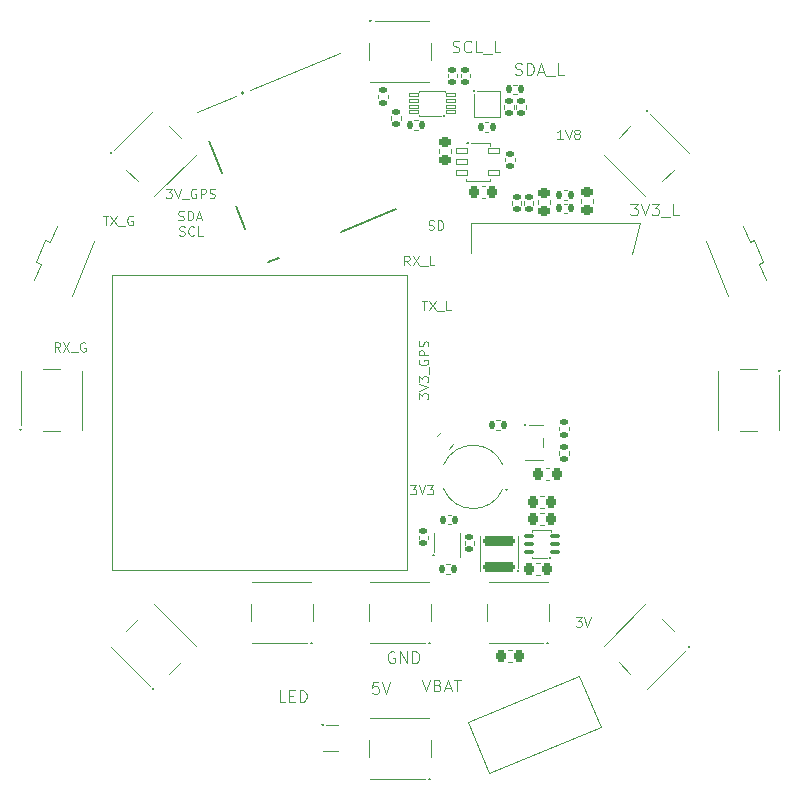
<source format=gbr>
%TF.GenerationSoftware,KiCad,Pcbnew,9.0.0*%
%TF.CreationDate,2025-02-26T14:49:23+01:00*%
%TF.ProjectId,relativeGPS,72656c61-7469-4766-9547-50532e6b6963,rev?*%
%TF.SameCoordinates,Original*%
%TF.FileFunction,Legend,Top*%
%TF.FilePolarity,Positive*%
%FSLAX46Y46*%
G04 Gerber Fmt 4.6, Leading zero omitted, Abs format (unit mm)*
G04 Created by KiCad (PCBNEW 9.0.0) date 2025-02-26 14:49:23*
%MOMM*%
%LPD*%
G01*
G04 APERTURE LIST*
G04 Aperture macros list*
%AMRoundRect*
0 Rectangle with rounded corners*
0 $1 Rounding radius*
0 $2 $3 $4 $5 $6 $7 $8 $9 X,Y pos of 4 corners*
0 Add a 4 corners polygon primitive as box body*
4,1,4,$2,$3,$4,$5,$6,$7,$8,$9,$2,$3,0*
0 Add four circle primitives for the rounded corners*
1,1,$1+$1,$2,$3*
1,1,$1+$1,$4,$5*
1,1,$1+$1,$6,$7*
1,1,$1+$1,$8,$9*
0 Add four rect primitives between the rounded corners*
20,1,$1+$1,$2,$3,$4,$5,0*
20,1,$1+$1,$4,$5,$6,$7,0*
20,1,$1+$1,$6,$7,$8,$9,0*
20,1,$1+$1,$8,$9,$2,$3,0*%
%AMRotRect*
0 Rectangle, with rotation*
0 The origin of the aperture is its center*
0 $1 length*
0 $2 width*
0 $3 Rotation angle, in degrees counterclockwise*
0 Add horizontal line*
21,1,$1,$2,0,0,$3*%
G04 Aperture macros list end*
%ADD10C,0.100000*%
%ADD11C,0.127000*%
%ADD12C,0.200000*%
%ADD13C,0.120000*%
%ADD14RotRect,0.700000X1.100000X22.500000*%
%ADD15RotRect,0.900000X0.930000X22.500000*%
%ADD16RotRect,1.050000X0.780000X22.500000*%
%ADD17RotRect,1.140000X1.830000X22.500000*%
%ADD18RotRect,0.860000X2.800000X22.500000*%
%ADD19RotRect,0.700000X3.330000X22.500000*%
%ADD20R,1.000000X1.000000*%
%ADD21RoundRect,0.135000X-0.185000X0.135000X-0.185000X-0.135000X0.185000X-0.135000X0.185000X0.135000X0*%
%ADD22R,1.450000X1.500000*%
%ADD23C,1.500000*%
%ADD24RoundRect,0.033333X0.391667X0.116667X-0.391667X0.116667X-0.391667X-0.116667X0.391667X-0.116667X0*%
%ADD25RoundRect,0.225000X-0.225000X-0.250000X0.225000X-0.250000X0.225000X0.250000X-0.225000X0.250000X0*%
%ADD26C,1.400000*%
%ADD27RoundRect,0.135000X0.135000X0.185000X-0.135000X0.185000X-0.135000X-0.185000X0.135000X-0.185000X0*%
%ADD28R,1.200000X0.600000*%
%ADD29RoundRect,0.135000X0.185000X-0.135000X0.185000X0.135000X-0.185000X0.135000X-0.185000X-0.135000X0*%
%ADD30R,1.500000X0.900000*%
%ADD31RoundRect,0.135000X-0.135000X-0.185000X0.135000X-0.185000X0.135000X0.185000X-0.135000X0.185000X0*%
%ADD32RoundRect,0.100000X0.350000X0.100000X-0.350000X0.100000X-0.350000X-0.100000X0.350000X-0.100000X0*%
%ADD33RoundRect,0.100000X-0.350000X-0.100000X0.350000X-0.100000X0.350000X0.100000X-0.350000X0.100000X0*%
%ADD34RotRect,1.500000X0.900000X45.000000*%
%ADD35RoundRect,0.225000X0.225000X0.250000X-0.225000X0.250000X-0.225000X-0.250000X0.225000X-0.250000X0*%
%ADD36RoundRect,0.225000X-0.250000X0.225000X-0.250000X-0.225000X0.250000X-0.225000X0.250000X0.225000X0*%
%ADD37RotRect,1.500000X0.900000X225.000000*%
%ADD38R,0.254000X0.711200*%
%ADD39R,1.295400X0.711200*%
%ADD40RoundRect,0.200000X1.150000X-0.200000X1.150000X0.200000X-1.150000X0.200000X-1.150000X-0.200000X0*%
%ADD41R,0.381000X0.355600*%
%ADD42R,0.355600X0.381000*%
%ADD43R,0.900000X1.500000*%
%ADD44RoundRect,0.250000X0.159099X-0.512652X0.512652X-0.159099X-0.159099X0.512652X-0.512652X0.159099X0*%
%ADD45RoundRect,0.262500X0.409942X-0.303743X0.075094X0.504652X-0.409942X0.303743X-0.075094X-0.504652X0*%
%ADD46RotRect,1.500000X0.900000X315.000000*%
%ADD47RotRect,1.500000X0.900000X135.000000*%
%ADD48R,0.720000X0.350000*%
%ADD49RoundRect,0.055000X0.445000X0.220000X-0.445000X0.220000X-0.445000X-0.220000X0.445000X-0.220000X0*%
%ADD50RoundRect,0.262500X-0.075094X0.504652X-0.409942X-0.303743X0.075094X-0.504652X0.409942X0.303743X0*%
%ADD51C,2.000000*%
%ADD52C,0.991000*%
G04 APERTURE END LIST*
D10*
X100880074Y-107196895D02*
X101375312Y-107196895D01*
X101375312Y-107196895D02*
X101108646Y-107501657D01*
X101108646Y-107501657D02*
X101222931Y-107501657D01*
X101222931Y-107501657D02*
X101299122Y-107539752D01*
X101299122Y-107539752D02*
X101337217Y-107577847D01*
X101337217Y-107577847D02*
X101375312Y-107654038D01*
X101375312Y-107654038D02*
X101375312Y-107844514D01*
X101375312Y-107844514D02*
X101337217Y-107920704D01*
X101337217Y-107920704D02*
X101299122Y-107958800D01*
X101299122Y-107958800D02*
X101222931Y-107996895D01*
X101222931Y-107996895D02*
X100994360Y-107996895D01*
X100994360Y-107996895D02*
X100918169Y-107958800D01*
X100918169Y-107958800D02*
X100880074Y-107920704D01*
X101603884Y-107196895D02*
X101870551Y-107996895D01*
X101870551Y-107996895D02*
X102137217Y-107196895D01*
X102327693Y-107196895D02*
X102822931Y-107196895D01*
X102822931Y-107196895D02*
X102556265Y-107501657D01*
X102556265Y-107501657D02*
X102670550Y-107501657D01*
X102670550Y-107501657D02*
X102746741Y-107539752D01*
X102746741Y-107539752D02*
X102784836Y-107577847D01*
X102784836Y-107577847D02*
X102822931Y-107654038D01*
X102822931Y-107654038D02*
X102822931Y-107844514D01*
X102822931Y-107844514D02*
X102784836Y-107920704D01*
X102784836Y-107920704D02*
X102746741Y-107958800D01*
X102746741Y-107958800D02*
X102670550Y-107996895D01*
X102670550Y-107996895D02*
X102441979Y-107996895D01*
X102441979Y-107996895D02*
X102365788Y-107958800D01*
X102365788Y-107958800D02*
X102327693Y-107920704D01*
X101861027Y-123672419D02*
X102194360Y-124672419D01*
X102194360Y-124672419D02*
X102527693Y-123672419D01*
X103194360Y-124148609D02*
X103337217Y-124196228D01*
X103337217Y-124196228D02*
X103384836Y-124243847D01*
X103384836Y-124243847D02*
X103432455Y-124339085D01*
X103432455Y-124339085D02*
X103432455Y-124481942D01*
X103432455Y-124481942D02*
X103384836Y-124577180D01*
X103384836Y-124577180D02*
X103337217Y-124624800D01*
X103337217Y-124624800D02*
X103241979Y-124672419D01*
X103241979Y-124672419D02*
X102861027Y-124672419D01*
X102861027Y-124672419D02*
X102861027Y-123672419D01*
X102861027Y-123672419D02*
X103194360Y-123672419D01*
X103194360Y-123672419D02*
X103289598Y-123720038D01*
X103289598Y-123720038D02*
X103337217Y-123767657D01*
X103337217Y-123767657D02*
X103384836Y-123862895D01*
X103384836Y-123862895D02*
X103384836Y-123958133D01*
X103384836Y-123958133D02*
X103337217Y-124053371D01*
X103337217Y-124053371D02*
X103289598Y-124100990D01*
X103289598Y-124100990D02*
X103194360Y-124148609D01*
X103194360Y-124148609D02*
X102861027Y-124148609D01*
X103813408Y-124386704D02*
X104289598Y-124386704D01*
X103718170Y-124672419D02*
X104051503Y-123672419D01*
X104051503Y-123672419D02*
X104384836Y-124672419D01*
X104575313Y-123672419D02*
X105146741Y-123672419D01*
X104861027Y-124672419D02*
X104861027Y-123672419D01*
X113775312Y-77896895D02*
X113318169Y-77896895D01*
X113546741Y-77896895D02*
X113546741Y-77096895D01*
X113546741Y-77096895D02*
X113470550Y-77211180D01*
X113470550Y-77211180D02*
X113394360Y-77287371D01*
X113394360Y-77287371D02*
X113318169Y-77325466D01*
X114003884Y-77096895D02*
X114270551Y-77896895D01*
X114270551Y-77896895D02*
X114537217Y-77096895D01*
X114918169Y-77439752D02*
X114841979Y-77401657D01*
X114841979Y-77401657D02*
X114803884Y-77363561D01*
X114803884Y-77363561D02*
X114765788Y-77287371D01*
X114765788Y-77287371D02*
X114765788Y-77249276D01*
X114765788Y-77249276D02*
X114803884Y-77173085D01*
X114803884Y-77173085D02*
X114841979Y-77134990D01*
X114841979Y-77134990D02*
X114918169Y-77096895D01*
X114918169Y-77096895D02*
X115070550Y-77096895D01*
X115070550Y-77096895D02*
X115146741Y-77134990D01*
X115146741Y-77134990D02*
X115184836Y-77173085D01*
X115184836Y-77173085D02*
X115222931Y-77249276D01*
X115222931Y-77249276D02*
X115222931Y-77287371D01*
X115222931Y-77287371D02*
X115184836Y-77363561D01*
X115184836Y-77363561D02*
X115146741Y-77401657D01*
X115146741Y-77401657D02*
X115070550Y-77439752D01*
X115070550Y-77439752D02*
X114918169Y-77439752D01*
X114918169Y-77439752D02*
X114841979Y-77477847D01*
X114841979Y-77477847D02*
X114803884Y-77515942D01*
X114803884Y-77515942D02*
X114765788Y-77592133D01*
X114765788Y-77592133D02*
X114765788Y-77744514D01*
X114765788Y-77744514D02*
X114803884Y-77820704D01*
X114803884Y-77820704D02*
X114841979Y-77858800D01*
X114841979Y-77858800D02*
X114918169Y-77896895D01*
X114918169Y-77896895D02*
X115070550Y-77896895D01*
X115070550Y-77896895D02*
X115146741Y-77858800D01*
X115146741Y-77858800D02*
X115184836Y-77820704D01*
X115184836Y-77820704D02*
X115222931Y-77744514D01*
X115222931Y-77744514D02*
X115222931Y-77592133D01*
X115222931Y-77592133D02*
X115184836Y-77515942D01*
X115184836Y-77515942D02*
X115146741Y-77477847D01*
X115146741Y-77477847D02*
X115070550Y-77439752D01*
X81318169Y-86058800D02*
X81432455Y-86096895D01*
X81432455Y-86096895D02*
X81622931Y-86096895D01*
X81622931Y-86096895D02*
X81699122Y-86058800D01*
X81699122Y-86058800D02*
X81737217Y-86020704D01*
X81737217Y-86020704D02*
X81775312Y-85944514D01*
X81775312Y-85944514D02*
X81775312Y-85868323D01*
X81775312Y-85868323D02*
X81737217Y-85792133D01*
X81737217Y-85792133D02*
X81699122Y-85754038D01*
X81699122Y-85754038D02*
X81622931Y-85715942D01*
X81622931Y-85715942D02*
X81470550Y-85677847D01*
X81470550Y-85677847D02*
X81394360Y-85639752D01*
X81394360Y-85639752D02*
X81356265Y-85601657D01*
X81356265Y-85601657D02*
X81318169Y-85525466D01*
X81318169Y-85525466D02*
X81318169Y-85449276D01*
X81318169Y-85449276D02*
X81356265Y-85373085D01*
X81356265Y-85373085D02*
X81394360Y-85334990D01*
X81394360Y-85334990D02*
X81470550Y-85296895D01*
X81470550Y-85296895D02*
X81661027Y-85296895D01*
X81661027Y-85296895D02*
X81775312Y-85334990D01*
X82575313Y-86020704D02*
X82537217Y-86058800D01*
X82537217Y-86058800D02*
X82422932Y-86096895D01*
X82422932Y-86096895D02*
X82346741Y-86096895D01*
X82346741Y-86096895D02*
X82232455Y-86058800D01*
X82232455Y-86058800D02*
X82156265Y-85982609D01*
X82156265Y-85982609D02*
X82118170Y-85906419D01*
X82118170Y-85906419D02*
X82080074Y-85754038D01*
X82080074Y-85754038D02*
X82080074Y-85639752D01*
X82080074Y-85639752D02*
X82118170Y-85487371D01*
X82118170Y-85487371D02*
X82156265Y-85411180D01*
X82156265Y-85411180D02*
X82232455Y-85334990D01*
X82232455Y-85334990D02*
X82346741Y-85296895D01*
X82346741Y-85296895D02*
X82422932Y-85296895D01*
X82422932Y-85296895D02*
X82537217Y-85334990D01*
X82537217Y-85334990D02*
X82575313Y-85373085D01*
X83299122Y-86096895D02*
X82918170Y-86096895D01*
X82918170Y-86096895D02*
X82918170Y-85296895D01*
X114880074Y-118396895D02*
X115375312Y-118396895D01*
X115375312Y-118396895D02*
X115108646Y-118701657D01*
X115108646Y-118701657D02*
X115222931Y-118701657D01*
X115222931Y-118701657D02*
X115299122Y-118739752D01*
X115299122Y-118739752D02*
X115337217Y-118777847D01*
X115337217Y-118777847D02*
X115375312Y-118854038D01*
X115375312Y-118854038D02*
X115375312Y-119044514D01*
X115375312Y-119044514D02*
X115337217Y-119120704D01*
X115337217Y-119120704D02*
X115299122Y-119158800D01*
X115299122Y-119158800D02*
X115222931Y-119196895D01*
X115222931Y-119196895D02*
X114994360Y-119196895D01*
X114994360Y-119196895D02*
X114918169Y-119158800D01*
X114918169Y-119158800D02*
X114880074Y-119120704D01*
X115603884Y-118396895D02*
X115870551Y-119196895D01*
X115870551Y-119196895D02*
X116137217Y-118396895D01*
X99527693Y-121320038D02*
X99432455Y-121272419D01*
X99432455Y-121272419D02*
X99289598Y-121272419D01*
X99289598Y-121272419D02*
X99146741Y-121320038D01*
X99146741Y-121320038D02*
X99051503Y-121415276D01*
X99051503Y-121415276D02*
X99003884Y-121510514D01*
X99003884Y-121510514D02*
X98956265Y-121700990D01*
X98956265Y-121700990D02*
X98956265Y-121843847D01*
X98956265Y-121843847D02*
X99003884Y-122034323D01*
X99003884Y-122034323D02*
X99051503Y-122129561D01*
X99051503Y-122129561D02*
X99146741Y-122224800D01*
X99146741Y-122224800D02*
X99289598Y-122272419D01*
X99289598Y-122272419D02*
X99384836Y-122272419D01*
X99384836Y-122272419D02*
X99527693Y-122224800D01*
X99527693Y-122224800D02*
X99575312Y-122177180D01*
X99575312Y-122177180D02*
X99575312Y-121843847D01*
X99575312Y-121843847D02*
X99384836Y-121843847D01*
X100003884Y-122272419D02*
X100003884Y-121272419D01*
X100003884Y-121272419D02*
X100575312Y-122272419D01*
X100575312Y-122272419D02*
X100575312Y-121272419D01*
X101051503Y-122272419D02*
X101051503Y-121272419D01*
X101051503Y-121272419D02*
X101289598Y-121272419D01*
X101289598Y-121272419D02*
X101432455Y-121320038D01*
X101432455Y-121320038D02*
X101527693Y-121415276D01*
X101527693Y-121415276D02*
X101575312Y-121510514D01*
X101575312Y-121510514D02*
X101622931Y-121700990D01*
X101622931Y-121700990D02*
X101622931Y-121843847D01*
X101622931Y-121843847D02*
X101575312Y-122034323D01*
X101575312Y-122034323D02*
X101527693Y-122129561D01*
X101527693Y-122129561D02*
X101432455Y-122224800D01*
X101432455Y-122224800D02*
X101289598Y-122272419D01*
X101289598Y-122272419D02*
X101051503Y-122272419D01*
X119508646Y-83372419D02*
X120127693Y-83372419D01*
X120127693Y-83372419D02*
X119794360Y-83753371D01*
X119794360Y-83753371D02*
X119937217Y-83753371D01*
X119937217Y-83753371D02*
X120032455Y-83800990D01*
X120032455Y-83800990D02*
X120080074Y-83848609D01*
X120080074Y-83848609D02*
X120127693Y-83943847D01*
X120127693Y-83943847D02*
X120127693Y-84181942D01*
X120127693Y-84181942D02*
X120080074Y-84277180D01*
X120080074Y-84277180D02*
X120032455Y-84324800D01*
X120032455Y-84324800D02*
X119937217Y-84372419D01*
X119937217Y-84372419D02*
X119651503Y-84372419D01*
X119651503Y-84372419D02*
X119556265Y-84324800D01*
X119556265Y-84324800D02*
X119508646Y-84277180D01*
X120413408Y-83372419D02*
X120746741Y-84372419D01*
X120746741Y-84372419D02*
X121080074Y-83372419D01*
X121318170Y-83372419D02*
X121937217Y-83372419D01*
X121937217Y-83372419D02*
X121603884Y-83753371D01*
X121603884Y-83753371D02*
X121746741Y-83753371D01*
X121746741Y-83753371D02*
X121841979Y-83800990D01*
X121841979Y-83800990D02*
X121889598Y-83848609D01*
X121889598Y-83848609D02*
X121937217Y-83943847D01*
X121937217Y-83943847D02*
X121937217Y-84181942D01*
X121937217Y-84181942D02*
X121889598Y-84277180D01*
X121889598Y-84277180D02*
X121841979Y-84324800D01*
X121841979Y-84324800D02*
X121746741Y-84372419D01*
X121746741Y-84372419D02*
X121461027Y-84372419D01*
X121461027Y-84372419D02*
X121365789Y-84324800D01*
X121365789Y-84324800D02*
X121318170Y-84277180D01*
X122127694Y-84467657D02*
X122889598Y-84467657D01*
X123603884Y-84372419D02*
X123127694Y-84372419D01*
X123127694Y-84372419D02*
X123127694Y-83372419D01*
X102418169Y-85558800D02*
X102532455Y-85596895D01*
X102532455Y-85596895D02*
X102722931Y-85596895D01*
X102722931Y-85596895D02*
X102799122Y-85558800D01*
X102799122Y-85558800D02*
X102837217Y-85520704D01*
X102837217Y-85520704D02*
X102875312Y-85444514D01*
X102875312Y-85444514D02*
X102875312Y-85368323D01*
X102875312Y-85368323D02*
X102837217Y-85292133D01*
X102837217Y-85292133D02*
X102799122Y-85254038D01*
X102799122Y-85254038D02*
X102722931Y-85215942D01*
X102722931Y-85215942D02*
X102570550Y-85177847D01*
X102570550Y-85177847D02*
X102494360Y-85139752D01*
X102494360Y-85139752D02*
X102456265Y-85101657D01*
X102456265Y-85101657D02*
X102418169Y-85025466D01*
X102418169Y-85025466D02*
X102418169Y-84949276D01*
X102418169Y-84949276D02*
X102456265Y-84873085D01*
X102456265Y-84873085D02*
X102494360Y-84834990D01*
X102494360Y-84834990D02*
X102570550Y-84796895D01*
X102570550Y-84796895D02*
X102761027Y-84796895D01*
X102761027Y-84796895D02*
X102875312Y-84834990D01*
X103218170Y-85596895D02*
X103218170Y-84796895D01*
X103218170Y-84796895D02*
X103408646Y-84796895D01*
X103408646Y-84796895D02*
X103522932Y-84834990D01*
X103522932Y-84834990D02*
X103599122Y-84911180D01*
X103599122Y-84911180D02*
X103637217Y-84987371D01*
X103637217Y-84987371D02*
X103675313Y-85139752D01*
X103675313Y-85139752D02*
X103675313Y-85254038D01*
X103675313Y-85254038D02*
X103637217Y-85406419D01*
X103637217Y-85406419D02*
X103599122Y-85482609D01*
X103599122Y-85482609D02*
X103522932Y-85558800D01*
X103522932Y-85558800D02*
X103408646Y-85596895D01*
X103408646Y-85596895D02*
X103218170Y-85596895D01*
X101596895Y-99919925D02*
X101596895Y-99424687D01*
X101596895Y-99424687D02*
X101901657Y-99691353D01*
X101901657Y-99691353D02*
X101901657Y-99577068D01*
X101901657Y-99577068D02*
X101939752Y-99500877D01*
X101939752Y-99500877D02*
X101977847Y-99462782D01*
X101977847Y-99462782D02*
X102054038Y-99424687D01*
X102054038Y-99424687D02*
X102244514Y-99424687D01*
X102244514Y-99424687D02*
X102320704Y-99462782D01*
X102320704Y-99462782D02*
X102358800Y-99500877D01*
X102358800Y-99500877D02*
X102396895Y-99577068D01*
X102396895Y-99577068D02*
X102396895Y-99805639D01*
X102396895Y-99805639D02*
X102358800Y-99881830D01*
X102358800Y-99881830D02*
X102320704Y-99919925D01*
X101596895Y-99196115D02*
X102396895Y-98929448D01*
X102396895Y-98929448D02*
X101596895Y-98662782D01*
X101596895Y-98472306D02*
X101596895Y-97977068D01*
X101596895Y-97977068D02*
X101901657Y-98243734D01*
X101901657Y-98243734D02*
X101901657Y-98129449D01*
X101901657Y-98129449D02*
X101939752Y-98053258D01*
X101939752Y-98053258D02*
X101977847Y-98015163D01*
X101977847Y-98015163D02*
X102054038Y-97977068D01*
X102054038Y-97977068D02*
X102244514Y-97977068D01*
X102244514Y-97977068D02*
X102320704Y-98015163D01*
X102320704Y-98015163D02*
X102358800Y-98053258D01*
X102358800Y-98053258D02*
X102396895Y-98129449D01*
X102396895Y-98129449D02*
X102396895Y-98358020D01*
X102396895Y-98358020D02*
X102358800Y-98434211D01*
X102358800Y-98434211D02*
X102320704Y-98472306D01*
X102473085Y-97824687D02*
X102473085Y-97215163D01*
X101634990Y-96605639D02*
X101596895Y-96681829D01*
X101596895Y-96681829D02*
X101596895Y-96796115D01*
X101596895Y-96796115D02*
X101634990Y-96910401D01*
X101634990Y-96910401D02*
X101711180Y-96986591D01*
X101711180Y-96986591D02*
X101787371Y-97024686D01*
X101787371Y-97024686D02*
X101939752Y-97062782D01*
X101939752Y-97062782D02*
X102054038Y-97062782D01*
X102054038Y-97062782D02*
X102206419Y-97024686D01*
X102206419Y-97024686D02*
X102282609Y-96986591D01*
X102282609Y-96986591D02*
X102358800Y-96910401D01*
X102358800Y-96910401D02*
X102396895Y-96796115D01*
X102396895Y-96796115D02*
X102396895Y-96719924D01*
X102396895Y-96719924D02*
X102358800Y-96605639D01*
X102358800Y-96605639D02*
X102320704Y-96567543D01*
X102320704Y-96567543D02*
X102054038Y-96567543D01*
X102054038Y-96567543D02*
X102054038Y-96719924D01*
X102396895Y-96224686D02*
X101596895Y-96224686D01*
X101596895Y-96224686D02*
X101596895Y-95919924D01*
X101596895Y-95919924D02*
X101634990Y-95843734D01*
X101634990Y-95843734D02*
X101673085Y-95805639D01*
X101673085Y-95805639D02*
X101749276Y-95767543D01*
X101749276Y-95767543D02*
X101863561Y-95767543D01*
X101863561Y-95767543D02*
X101939752Y-95805639D01*
X101939752Y-95805639D02*
X101977847Y-95843734D01*
X101977847Y-95843734D02*
X102015942Y-95919924D01*
X102015942Y-95919924D02*
X102015942Y-96224686D01*
X102358800Y-95462782D02*
X102396895Y-95348496D01*
X102396895Y-95348496D02*
X102396895Y-95158020D01*
X102396895Y-95158020D02*
X102358800Y-95081829D01*
X102358800Y-95081829D02*
X102320704Y-95043734D01*
X102320704Y-95043734D02*
X102244514Y-95005639D01*
X102244514Y-95005639D02*
X102168323Y-95005639D01*
X102168323Y-95005639D02*
X102092133Y-95043734D01*
X102092133Y-95043734D02*
X102054038Y-95081829D01*
X102054038Y-95081829D02*
X102015942Y-95158020D01*
X102015942Y-95158020D02*
X101977847Y-95310401D01*
X101977847Y-95310401D02*
X101939752Y-95386591D01*
X101939752Y-95386591D02*
X101901657Y-95424686D01*
X101901657Y-95424686D02*
X101825466Y-95462782D01*
X101825466Y-95462782D02*
X101749276Y-95462782D01*
X101749276Y-95462782D02*
X101673085Y-95424686D01*
X101673085Y-95424686D02*
X101634990Y-95386591D01*
X101634990Y-95386591D02*
X101596895Y-95310401D01*
X101596895Y-95310401D02*
X101596895Y-95119924D01*
X101596895Y-95119924D02*
X101634990Y-95005639D01*
X104456265Y-70524800D02*
X104599122Y-70572419D01*
X104599122Y-70572419D02*
X104837217Y-70572419D01*
X104837217Y-70572419D02*
X104932455Y-70524800D01*
X104932455Y-70524800D02*
X104980074Y-70477180D01*
X104980074Y-70477180D02*
X105027693Y-70381942D01*
X105027693Y-70381942D02*
X105027693Y-70286704D01*
X105027693Y-70286704D02*
X104980074Y-70191466D01*
X104980074Y-70191466D02*
X104932455Y-70143847D01*
X104932455Y-70143847D02*
X104837217Y-70096228D01*
X104837217Y-70096228D02*
X104646741Y-70048609D01*
X104646741Y-70048609D02*
X104551503Y-70000990D01*
X104551503Y-70000990D02*
X104503884Y-69953371D01*
X104503884Y-69953371D02*
X104456265Y-69858133D01*
X104456265Y-69858133D02*
X104456265Y-69762895D01*
X104456265Y-69762895D02*
X104503884Y-69667657D01*
X104503884Y-69667657D02*
X104551503Y-69620038D01*
X104551503Y-69620038D02*
X104646741Y-69572419D01*
X104646741Y-69572419D02*
X104884836Y-69572419D01*
X104884836Y-69572419D02*
X105027693Y-69620038D01*
X106027693Y-70477180D02*
X105980074Y-70524800D01*
X105980074Y-70524800D02*
X105837217Y-70572419D01*
X105837217Y-70572419D02*
X105741979Y-70572419D01*
X105741979Y-70572419D02*
X105599122Y-70524800D01*
X105599122Y-70524800D02*
X105503884Y-70429561D01*
X105503884Y-70429561D02*
X105456265Y-70334323D01*
X105456265Y-70334323D02*
X105408646Y-70143847D01*
X105408646Y-70143847D02*
X105408646Y-70000990D01*
X105408646Y-70000990D02*
X105456265Y-69810514D01*
X105456265Y-69810514D02*
X105503884Y-69715276D01*
X105503884Y-69715276D02*
X105599122Y-69620038D01*
X105599122Y-69620038D02*
X105741979Y-69572419D01*
X105741979Y-69572419D02*
X105837217Y-69572419D01*
X105837217Y-69572419D02*
X105980074Y-69620038D01*
X105980074Y-69620038D02*
X106027693Y-69667657D01*
X106932455Y-70572419D02*
X106456265Y-70572419D01*
X106456265Y-70572419D02*
X106456265Y-69572419D01*
X107027694Y-70667657D02*
X107789598Y-70667657D01*
X108503884Y-70572419D02*
X108027694Y-70572419D01*
X108027694Y-70572419D02*
X108027694Y-69572419D01*
X90280074Y-125572419D02*
X89803884Y-125572419D01*
X89803884Y-125572419D02*
X89803884Y-124572419D01*
X90613408Y-125048609D02*
X90946741Y-125048609D01*
X91089598Y-125572419D02*
X90613408Y-125572419D01*
X90613408Y-125572419D02*
X90613408Y-124572419D01*
X90613408Y-124572419D02*
X91089598Y-124572419D01*
X91518170Y-125572419D02*
X91518170Y-124572419D01*
X91518170Y-124572419D02*
X91756265Y-124572419D01*
X91756265Y-124572419D02*
X91899122Y-124620038D01*
X91899122Y-124620038D02*
X91994360Y-124715276D01*
X91994360Y-124715276D02*
X92041979Y-124810514D01*
X92041979Y-124810514D02*
X92089598Y-125000990D01*
X92089598Y-125000990D02*
X92089598Y-125143847D01*
X92089598Y-125143847D02*
X92041979Y-125334323D01*
X92041979Y-125334323D02*
X91994360Y-125429561D01*
X91994360Y-125429561D02*
X91899122Y-125524800D01*
X91899122Y-125524800D02*
X91756265Y-125572419D01*
X91756265Y-125572419D02*
X91518170Y-125572419D01*
X74841979Y-84396895D02*
X75299122Y-84396895D01*
X75070550Y-85196895D02*
X75070550Y-84396895D01*
X75489598Y-84396895D02*
X76022932Y-85196895D01*
X76022932Y-84396895D02*
X75489598Y-85196895D01*
X76137218Y-85273085D02*
X76746741Y-85273085D01*
X77356265Y-84434990D02*
X77280075Y-84396895D01*
X77280075Y-84396895D02*
X77165789Y-84396895D01*
X77165789Y-84396895D02*
X77051503Y-84434990D01*
X77051503Y-84434990D02*
X76975313Y-84511180D01*
X76975313Y-84511180D02*
X76937218Y-84587371D01*
X76937218Y-84587371D02*
X76899122Y-84739752D01*
X76899122Y-84739752D02*
X76899122Y-84854038D01*
X76899122Y-84854038D02*
X76937218Y-85006419D01*
X76937218Y-85006419D02*
X76975313Y-85082609D01*
X76975313Y-85082609D02*
X77051503Y-85158800D01*
X77051503Y-85158800D02*
X77165789Y-85196895D01*
X77165789Y-85196895D02*
X77241980Y-85196895D01*
X77241980Y-85196895D02*
X77356265Y-85158800D01*
X77356265Y-85158800D02*
X77394361Y-85120704D01*
X77394361Y-85120704D02*
X77394361Y-84854038D01*
X77394361Y-84854038D02*
X77241980Y-84854038D01*
X71213408Y-95896895D02*
X70946741Y-95515942D01*
X70756265Y-95896895D02*
X70756265Y-95096895D01*
X70756265Y-95096895D02*
X71061027Y-95096895D01*
X71061027Y-95096895D02*
X71137217Y-95134990D01*
X71137217Y-95134990D02*
X71175312Y-95173085D01*
X71175312Y-95173085D02*
X71213408Y-95249276D01*
X71213408Y-95249276D02*
X71213408Y-95363561D01*
X71213408Y-95363561D02*
X71175312Y-95439752D01*
X71175312Y-95439752D02*
X71137217Y-95477847D01*
X71137217Y-95477847D02*
X71061027Y-95515942D01*
X71061027Y-95515942D02*
X70756265Y-95515942D01*
X71480074Y-95096895D02*
X72013408Y-95896895D01*
X72013408Y-95096895D02*
X71480074Y-95896895D01*
X72127694Y-95973085D02*
X72737217Y-95973085D01*
X73346741Y-95134990D02*
X73270551Y-95096895D01*
X73270551Y-95096895D02*
X73156265Y-95096895D01*
X73156265Y-95096895D02*
X73041979Y-95134990D01*
X73041979Y-95134990D02*
X72965789Y-95211180D01*
X72965789Y-95211180D02*
X72927694Y-95287371D01*
X72927694Y-95287371D02*
X72889598Y-95439752D01*
X72889598Y-95439752D02*
X72889598Y-95554038D01*
X72889598Y-95554038D02*
X72927694Y-95706419D01*
X72927694Y-95706419D02*
X72965789Y-95782609D01*
X72965789Y-95782609D02*
X73041979Y-95858800D01*
X73041979Y-95858800D02*
X73156265Y-95896895D01*
X73156265Y-95896895D02*
X73232456Y-95896895D01*
X73232456Y-95896895D02*
X73346741Y-95858800D01*
X73346741Y-95858800D02*
X73384837Y-95820704D01*
X73384837Y-95820704D02*
X73384837Y-95554038D01*
X73384837Y-95554038D02*
X73232456Y-95554038D01*
X80180074Y-82096895D02*
X80675312Y-82096895D01*
X80675312Y-82096895D02*
X80408646Y-82401657D01*
X80408646Y-82401657D02*
X80522931Y-82401657D01*
X80522931Y-82401657D02*
X80599122Y-82439752D01*
X80599122Y-82439752D02*
X80637217Y-82477847D01*
X80637217Y-82477847D02*
X80675312Y-82554038D01*
X80675312Y-82554038D02*
X80675312Y-82744514D01*
X80675312Y-82744514D02*
X80637217Y-82820704D01*
X80637217Y-82820704D02*
X80599122Y-82858800D01*
X80599122Y-82858800D02*
X80522931Y-82896895D01*
X80522931Y-82896895D02*
X80294360Y-82896895D01*
X80294360Y-82896895D02*
X80218169Y-82858800D01*
X80218169Y-82858800D02*
X80180074Y-82820704D01*
X80903884Y-82096895D02*
X81170551Y-82896895D01*
X81170551Y-82896895D02*
X81437217Y-82096895D01*
X81513408Y-82973085D02*
X82122931Y-82973085D01*
X82732455Y-82134990D02*
X82656265Y-82096895D01*
X82656265Y-82096895D02*
X82541979Y-82096895D01*
X82541979Y-82096895D02*
X82427693Y-82134990D01*
X82427693Y-82134990D02*
X82351503Y-82211180D01*
X82351503Y-82211180D02*
X82313408Y-82287371D01*
X82313408Y-82287371D02*
X82275312Y-82439752D01*
X82275312Y-82439752D02*
X82275312Y-82554038D01*
X82275312Y-82554038D02*
X82313408Y-82706419D01*
X82313408Y-82706419D02*
X82351503Y-82782609D01*
X82351503Y-82782609D02*
X82427693Y-82858800D01*
X82427693Y-82858800D02*
X82541979Y-82896895D01*
X82541979Y-82896895D02*
X82618170Y-82896895D01*
X82618170Y-82896895D02*
X82732455Y-82858800D01*
X82732455Y-82858800D02*
X82770551Y-82820704D01*
X82770551Y-82820704D02*
X82770551Y-82554038D01*
X82770551Y-82554038D02*
X82618170Y-82554038D01*
X83113408Y-82896895D02*
X83113408Y-82096895D01*
X83113408Y-82096895D02*
X83418170Y-82096895D01*
X83418170Y-82096895D02*
X83494360Y-82134990D01*
X83494360Y-82134990D02*
X83532455Y-82173085D01*
X83532455Y-82173085D02*
X83570551Y-82249276D01*
X83570551Y-82249276D02*
X83570551Y-82363561D01*
X83570551Y-82363561D02*
X83532455Y-82439752D01*
X83532455Y-82439752D02*
X83494360Y-82477847D01*
X83494360Y-82477847D02*
X83418170Y-82515942D01*
X83418170Y-82515942D02*
X83113408Y-82515942D01*
X83875312Y-82858800D02*
X83989598Y-82896895D01*
X83989598Y-82896895D02*
X84180074Y-82896895D01*
X84180074Y-82896895D02*
X84256265Y-82858800D01*
X84256265Y-82858800D02*
X84294360Y-82820704D01*
X84294360Y-82820704D02*
X84332455Y-82744514D01*
X84332455Y-82744514D02*
X84332455Y-82668323D01*
X84332455Y-82668323D02*
X84294360Y-82592133D01*
X84294360Y-82592133D02*
X84256265Y-82554038D01*
X84256265Y-82554038D02*
X84180074Y-82515942D01*
X84180074Y-82515942D02*
X84027693Y-82477847D01*
X84027693Y-82477847D02*
X83951503Y-82439752D01*
X83951503Y-82439752D02*
X83913408Y-82401657D01*
X83913408Y-82401657D02*
X83875312Y-82325466D01*
X83875312Y-82325466D02*
X83875312Y-82249276D01*
X83875312Y-82249276D02*
X83913408Y-82173085D01*
X83913408Y-82173085D02*
X83951503Y-82134990D01*
X83951503Y-82134990D02*
X84027693Y-82096895D01*
X84027693Y-82096895D02*
X84218170Y-82096895D01*
X84218170Y-82096895D02*
X84332455Y-82134990D01*
X109756265Y-72424800D02*
X109899122Y-72472419D01*
X109899122Y-72472419D02*
X110137217Y-72472419D01*
X110137217Y-72472419D02*
X110232455Y-72424800D01*
X110232455Y-72424800D02*
X110280074Y-72377180D01*
X110280074Y-72377180D02*
X110327693Y-72281942D01*
X110327693Y-72281942D02*
X110327693Y-72186704D01*
X110327693Y-72186704D02*
X110280074Y-72091466D01*
X110280074Y-72091466D02*
X110232455Y-72043847D01*
X110232455Y-72043847D02*
X110137217Y-71996228D01*
X110137217Y-71996228D02*
X109946741Y-71948609D01*
X109946741Y-71948609D02*
X109851503Y-71900990D01*
X109851503Y-71900990D02*
X109803884Y-71853371D01*
X109803884Y-71853371D02*
X109756265Y-71758133D01*
X109756265Y-71758133D02*
X109756265Y-71662895D01*
X109756265Y-71662895D02*
X109803884Y-71567657D01*
X109803884Y-71567657D02*
X109851503Y-71520038D01*
X109851503Y-71520038D02*
X109946741Y-71472419D01*
X109946741Y-71472419D02*
X110184836Y-71472419D01*
X110184836Y-71472419D02*
X110327693Y-71520038D01*
X110756265Y-72472419D02*
X110756265Y-71472419D01*
X110756265Y-71472419D02*
X110994360Y-71472419D01*
X110994360Y-71472419D02*
X111137217Y-71520038D01*
X111137217Y-71520038D02*
X111232455Y-71615276D01*
X111232455Y-71615276D02*
X111280074Y-71710514D01*
X111280074Y-71710514D02*
X111327693Y-71900990D01*
X111327693Y-71900990D02*
X111327693Y-72043847D01*
X111327693Y-72043847D02*
X111280074Y-72234323D01*
X111280074Y-72234323D02*
X111232455Y-72329561D01*
X111232455Y-72329561D02*
X111137217Y-72424800D01*
X111137217Y-72424800D02*
X110994360Y-72472419D01*
X110994360Y-72472419D02*
X110756265Y-72472419D01*
X111708646Y-72186704D02*
X112184836Y-72186704D01*
X111613408Y-72472419D02*
X111946741Y-71472419D01*
X111946741Y-71472419D02*
X112280074Y-72472419D01*
X112375313Y-72567657D02*
X113137217Y-72567657D01*
X113851503Y-72472419D02*
X113375313Y-72472419D01*
X113375313Y-72472419D02*
X113375313Y-71472419D01*
X81218169Y-84758800D02*
X81332455Y-84796895D01*
X81332455Y-84796895D02*
X81522931Y-84796895D01*
X81522931Y-84796895D02*
X81599122Y-84758800D01*
X81599122Y-84758800D02*
X81637217Y-84720704D01*
X81637217Y-84720704D02*
X81675312Y-84644514D01*
X81675312Y-84644514D02*
X81675312Y-84568323D01*
X81675312Y-84568323D02*
X81637217Y-84492133D01*
X81637217Y-84492133D02*
X81599122Y-84454038D01*
X81599122Y-84454038D02*
X81522931Y-84415942D01*
X81522931Y-84415942D02*
X81370550Y-84377847D01*
X81370550Y-84377847D02*
X81294360Y-84339752D01*
X81294360Y-84339752D02*
X81256265Y-84301657D01*
X81256265Y-84301657D02*
X81218169Y-84225466D01*
X81218169Y-84225466D02*
X81218169Y-84149276D01*
X81218169Y-84149276D02*
X81256265Y-84073085D01*
X81256265Y-84073085D02*
X81294360Y-84034990D01*
X81294360Y-84034990D02*
X81370550Y-83996895D01*
X81370550Y-83996895D02*
X81561027Y-83996895D01*
X81561027Y-83996895D02*
X81675312Y-84034990D01*
X82018170Y-84796895D02*
X82018170Y-83996895D01*
X82018170Y-83996895D02*
X82208646Y-83996895D01*
X82208646Y-83996895D02*
X82322932Y-84034990D01*
X82322932Y-84034990D02*
X82399122Y-84111180D01*
X82399122Y-84111180D02*
X82437217Y-84187371D01*
X82437217Y-84187371D02*
X82475313Y-84339752D01*
X82475313Y-84339752D02*
X82475313Y-84454038D01*
X82475313Y-84454038D02*
X82437217Y-84606419D01*
X82437217Y-84606419D02*
X82399122Y-84682609D01*
X82399122Y-84682609D02*
X82322932Y-84758800D01*
X82322932Y-84758800D02*
X82208646Y-84796895D01*
X82208646Y-84796895D02*
X82018170Y-84796895D01*
X82780074Y-84568323D02*
X83161027Y-84568323D01*
X82703884Y-84796895D02*
X82970551Y-83996895D01*
X82970551Y-83996895D02*
X83237217Y-84796895D01*
X100813408Y-88596895D02*
X100546741Y-88215942D01*
X100356265Y-88596895D02*
X100356265Y-87796895D01*
X100356265Y-87796895D02*
X100661027Y-87796895D01*
X100661027Y-87796895D02*
X100737217Y-87834990D01*
X100737217Y-87834990D02*
X100775312Y-87873085D01*
X100775312Y-87873085D02*
X100813408Y-87949276D01*
X100813408Y-87949276D02*
X100813408Y-88063561D01*
X100813408Y-88063561D02*
X100775312Y-88139752D01*
X100775312Y-88139752D02*
X100737217Y-88177847D01*
X100737217Y-88177847D02*
X100661027Y-88215942D01*
X100661027Y-88215942D02*
X100356265Y-88215942D01*
X101080074Y-87796895D02*
X101613408Y-88596895D01*
X101613408Y-87796895D02*
X101080074Y-88596895D01*
X101727694Y-88673085D02*
X102337217Y-88673085D01*
X102908646Y-88596895D02*
X102527694Y-88596895D01*
X102527694Y-88596895D02*
X102527694Y-87796895D01*
X98180074Y-123872419D02*
X97703884Y-123872419D01*
X97703884Y-123872419D02*
X97656265Y-124348609D01*
X97656265Y-124348609D02*
X97703884Y-124300990D01*
X97703884Y-124300990D02*
X97799122Y-124253371D01*
X97799122Y-124253371D02*
X98037217Y-124253371D01*
X98037217Y-124253371D02*
X98132455Y-124300990D01*
X98132455Y-124300990D02*
X98180074Y-124348609D01*
X98180074Y-124348609D02*
X98227693Y-124443847D01*
X98227693Y-124443847D02*
X98227693Y-124681942D01*
X98227693Y-124681942D02*
X98180074Y-124777180D01*
X98180074Y-124777180D02*
X98132455Y-124824800D01*
X98132455Y-124824800D02*
X98037217Y-124872419D01*
X98037217Y-124872419D02*
X97799122Y-124872419D01*
X97799122Y-124872419D02*
X97703884Y-124824800D01*
X97703884Y-124824800D02*
X97656265Y-124777180D01*
X98513408Y-123872419D02*
X98846741Y-124872419D01*
X98846741Y-124872419D02*
X99180074Y-123872419D01*
X101841979Y-91596895D02*
X102299122Y-91596895D01*
X102070550Y-92396895D02*
X102070550Y-91596895D01*
X102489598Y-91596895D02*
X103022932Y-92396895D01*
X103022932Y-91596895D02*
X102489598Y-92396895D01*
X103137218Y-92473085D02*
X103746741Y-92473085D01*
X104318170Y-92396895D02*
X103937218Y-92396895D01*
X103937218Y-92396895D02*
X103937218Y-91596895D01*
%TO.C,CN4*%
X82812403Y-75600838D02*
X86092175Y-74242312D01*
D11*
X83845648Y-78095313D02*
X84955430Y-80774563D01*
X86103480Y-83546202D02*
X86907115Y-85486349D01*
X88811800Y-88323417D02*
X89737527Y-87939968D01*
D10*
X87293218Y-73744823D02*
X94915224Y-70587685D01*
D11*
X95047986Y-85740303D02*
X99669232Y-83826121D01*
D12*
X86764980Y-74005048D02*
G75*
G02*
X86564980Y-74005048I-100000J0D01*
G01*
X86564980Y-74005048D02*
G75*
G02*
X86764980Y-74005048I100000J0D01*
G01*
D10*
%TO.C,C12*%
X108830511Y-75350000D02*
X108830511Y-75050000D01*
X109630511Y-75050000D02*
X109630511Y-75350000D01*
%TO.C,L2*%
X103690033Y-105496278D02*
G75*
G02*
X108712836Y-105503210I2509966J-1043721D01*
G01*
X108709999Y-107520000D02*
G75*
G02*
X103687196Y-107513068I-2509966J1043721D01*
G01*
D12*
X109070000Y-107580000D02*
G75*
G02*
X108970000Y-107580000I-50000J0D01*
G01*
X108970000Y-107580000D02*
G75*
G02*
X109070000Y-107580000I50000J0D01*
G01*
D10*
%TO.C,SW1*%
X105764173Y-127242888D02*
X107562785Y-131585122D01*
X105764173Y-127242888D02*
X115187744Y-123339517D01*
X107562785Y-131585122D02*
X116986357Y-127681751D01*
X115187744Y-123339517D02*
X116986357Y-127681751D01*
%TO.C,U2*%
X101630511Y-73850000D02*
X101630511Y-73900000D01*
X101630511Y-75950000D02*
X101630511Y-75900000D01*
X103480511Y-75950000D02*
X101630511Y-75950000D01*
X103830511Y-73850000D02*
X101630511Y-73850000D01*
X103830511Y-73850000D02*
X103830511Y-73900000D01*
D12*
X103780511Y-75950000D02*
G75*
G02*
X103680511Y-75950000I-50000J0D01*
G01*
X103680511Y-75950000D02*
G75*
G02*
X103780511Y-75950000I50000J0D01*
G01*
D13*
%TO.C,C20*%
X111559419Y-113790000D02*
X111840579Y-113790000D01*
X111559419Y-114810000D02*
X111840579Y-114810000D01*
D10*
%TO.C,R5*%
X105130511Y-72690000D02*
X105130511Y-72390000D01*
X105930511Y-72390000D02*
X105930511Y-72690000D01*
%TO.C,ANT1*%
X100600000Y-89400000D02*
X75600000Y-89400000D01*
X75600000Y-114400000D01*
X100600000Y-114400000D01*
X100600000Y-89400000D01*
D13*
%TO.C,C25*%
X111884420Y-108090000D02*
X112165580Y-108090000D01*
X111884420Y-109110000D02*
X112165580Y-109110000D01*
D10*
%TO.C,C30*%
X109580511Y-73300000D02*
X109880511Y-73300000D01*
X109880511Y-74100000D02*
X109580511Y-74100000D01*
%TO.C,U4*%
X112150000Y-102100000D02*
X110950000Y-102100000D01*
X112150000Y-103950000D02*
X112150000Y-103250000D01*
X112150000Y-105100000D02*
X110550000Y-105100000D01*
D12*
X110650000Y-102100000D02*
G75*
G02*
X110550000Y-102100000I-50000J0D01*
G01*
X110550000Y-102100000D02*
G75*
G02*
X110650000Y-102100000I50000J0D01*
G01*
D10*
%TO.C,R10*%
X99250000Y-76260000D02*
X99250000Y-75960000D01*
X100050000Y-75960000D02*
X100050000Y-76260000D01*
%TO.C,D1*%
X97400000Y-128800000D02*
X97400000Y-130200000D01*
X97500000Y-126900000D02*
X102500000Y-126900000D01*
X102150000Y-132100000D02*
X97500000Y-132100000D01*
X102600000Y-128800000D02*
X102600000Y-130200000D01*
D12*
X102550000Y-132100000D02*
G75*
G02*
X102450000Y-132100000I-50000J0D01*
G01*
X102450000Y-132100000D02*
G75*
G02*
X102550000Y-132100000I50000J0D01*
G01*
D10*
%TO.C,R1*%
X108150000Y-101700000D02*
X108450000Y-101700000D01*
X108450000Y-102500000D02*
X108150000Y-102500000D01*
%TO.C,U8*%
X111199999Y-111000000D02*
X111199999Y-111150000D01*
X111199999Y-113250000D02*
X111199999Y-113400000D01*
X111199999Y-113400000D02*
X112449999Y-113400000D01*
X112799999Y-111000000D02*
X111199999Y-111000000D01*
X112799999Y-111150000D02*
X112799999Y-111000000D01*
D12*
X112749999Y-113400000D02*
G75*
G02*
X112649999Y-113400000I-50000J0D01*
G01*
X112649999Y-113400000D02*
G75*
G02*
X112749999Y-113400000I50000J0D01*
G01*
D10*
%TO.C,D5*%
X97400000Y-71200000D02*
X97400000Y-69800000D01*
X97850000Y-67900000D02*
X102500000Y-67900000D01*
X102500000Y-73100000D02*
X97500000Y-73100000D01*
X102600000Y-71200000D02*
X102600000Y-69800000D01*
D12*
X97550000Y-67900000D02*
G75*
G02*
X97450000Y-67900000I-50000J0D01*
G01*
X97450000Y-67900000D02*
G75*
G02*
X97550000Y-67900000I50000J0D01*
G01*
D13*
%TO.C,C19*%
X111884419Y-109590000D02*
X112165579Y-109590000D01*
X111884419Y-110610000D02*
X112165579Y-110610000D01*
%TO.C,C15*%
X109184420Y-121190000D02*
X109465580Y-121190000D01*
X109184420Y-122210000D02*
X109465580Y-122210000D01*
D10*
%TO.C,D9*%
X87400000Y-117300000D02*
X87400000Y-118700000D01*
X87500000Y-115400000D02*
X92500000Y-115400000D01*
X92150000Y-120600000D02*
X87500000Y-120600000D01*
X92600000Y-117300000D02*
X92600000Y-118700000D01*
D12*
X92550000Y-120600000D02*
G75*
G02*
X92450000Y-120600000I-50000J0D01*
G01*
X92450000Y-120600000D02*
G75*
G02*
X92550000Y-120600000I50000J0D01*
G01*
D10*
%TO.C,D6*%
X75781593Y-78822152D02*
X79069639Y-75534105D01*
X77796847Y-81473802D02*
X76806898Y-80483853D01*
X81473802Y-77796847D02*
X80483853Y-76806898D01*
X82746595Y-79211061D02*
X79211061Y-82746595D01*
D12*
X75584105Y-79069639D02*
G75*
G02*
X75484105Y-79069639I-50000J0D01*
G01*
X75484105Y-79069639D02*
G75*
G02*
X75584105Y-79069639I50000J0D01*
G01*
D13*
%TO.C,C2*%
X112640580Y-105790000D02*
X112359420Y-105790000D01*
X112640580Y-106810000D02*
X112359420Y-106810000D01*
%TO.C,C18*%
X107196091Y-81890000D02*
X106914931Y-81890000D01*
X107196091Y-82910000D02*
X106914931Y-82910000D01*
D10*
%TO.C,R4*%
X113500000Y-104640000D02*
X113500000Y-104340000D01*
X114300000Y-104340000D02*
X114300000Y-104640000D01*
%TO.C,C21*%
X110500000Y-83450000D02*
X110500000Y-83150000D01*
X111300000Y-83150000D02*
X111300000Y-83450000D01*
%TO.C,R8*%
X101190511Y-76300000D02*
X101490511Y-76300000D01*
X101490511Y-77100000D02*
X101190511Y-77100000D01*
%TO.C,C7*%
X109840511Y-75360000D02*
X109840511Y-75060000D01*
X110640511Y-75060000D02*
X110640511Y-75360000D01*
D13*
%TO.C,C23*%
X115290000Y-83009420D02*
X115290000Y-83290580D01*
X116310000Y-83009420D02*
X116310000Y-83290580D01*
D10*
%TO.C,D10*%
X97400000Y-117300000D02*
X97400000Y-118700000D01*
X97500000Y-115400000D02*
X102500000Y-115400000D01*
X102150000Y-120600000D02*
X97500000Y-120600000D01*
X102600000Y-117300000D02*
X102600000Y-118700000D01*
D12*
X102550000Y-120600000D02*
G75*
G02*
X102450000Y-120600000I-50000J0D01*
G01*
X102450000Y-120600000D02*
G75*
G02*
X102550000Y-120600000I50000J0D01*
G01*
D10*
%TO.C,R3*%
X113500000Y-102560000D02*
X113500000Y-102260000D01*
X114300000Y-102260000D02*
X114300000Y-102560000D01*
%TO.C,C13*%
X108930511Y-79790000D02*
X108930511Y-79490000D01*
X109730511Y-79490000D02*
X109730511Y-79790000D01*
%TO.C,D11*%
X107400000Y-117300000D02*
X107400000Y-118700000D01*
X107500000Y-115400000D02*
X112500000Y-115400000D01*
X112150000Y-120600000D02*
X107500000Y-120600000D01*
X112600000Y-117300000D02*
X112600000Y-118700000D01*
D12*
X112550000Y-120600000D02*
G75*
G02*
X112450000Y-120600000I-50000J0D01*
G01*
X112450000Y-120600000D02*
G75*
G02*
X112550000Y-120600000I50000J0D01*
G01*
D10*
%TO.C,D2*%
X117253405Y-120788939D02*
X120788939Y-117253405D01*
X118526198Y-122203153D02*
X119516147Y-123193102D01*
X122203153Y-118526198D02*
X123193102Y-119516147D01*
X124218407Y-121177848D02*
X120930361Y-124465895D01*
D12*
X124515895Y-120930361D02*
G75*
G02*
X124415895Y-120930361I-50000J0D01*
G01*
X124415895Y-120930361D02*
G75*
G02*
X124515895Y-120930361I50000J0D01*
G01*
D10*
%TO.C,U13*%
X102849999Y-111252500D02*
X102849999Y-112852500D01*
X105049999Y-111252500D02*
X105049999Y-113252500D01*
D12*
X102899999Y-113152500D02*
G75*
G02*
X102799999Y-113152500I-50000J0D01*
G01*
X102799999Y-113152500D02*
G75*
G02*
X102899999Y-113152500I50000J0D01*
G01*
D10*
%TO.C,R7*%
X104030511Y-72690000D02*
X104030511Y-72390000D01*
X104830511Y-72390000D02*
X104830511Y-72690000D01*
%TO.C,L4*%
X106799999Y-114500000D02*
X106799999Y-111500000D01*
X109999999Y-114200000D02*
X109999999Y-111500000D01*
D12*
X110049999Y-114500000D02*
G75*
G02*
X109949999Y-114500000I-50000J0D01*
G01*
X109949999Y-114500000D02*
G75*
G02*
X110049999Y-114500000I50000J0D01*
G01*
D10*
%TO.C,U1*%
X106268511Y-74100189D02*
X106268511Y-76050189D01*
X106268511Y-76050189D02*
X108468511Y-76050189D01*
X108468511Y-73840189D02*
X106518511Y-73840189D01*
X108468511Y-76050189D02*
X108468511Y-73840189D01*
D12*
X106318511Y-73840189D02*
G75*
G02*
X106218511Y-73840189I-50000J0D01*
G01*
X106218511Y-73840189D02*
G75*
G02*
X106318511Y-73840189I50000J0D01*
G01*
D10*
%TO.C,D7*%
X67900000Y-102150000D02*
X67900000Y-97500000D01*
X71200000Y-97400000D02*
X69800000Y-97400000D01*
X71200000Y-102600000D02*
X69800000Y-102600000D01*
X73100000Y-97500000D02*
X73100000Y-102500000D01*
D12*
X67950000Y-102500000D02*
G75*
G02*
X67850000Y-102500000I-50000J0D01*
G01*
X67850000Y-102500000D02*
G75*
G02*
X67950000Y-102500000I50000J0D01*
G01*
D13*
%TO.C,C16*%
X103270511Y-78784420D02*
X103270511Y-79065580D01*
X104290511Y-78784420D02*
X104290511Y-79065580D01*
%TO.C,C3*%
X103095543Y-103065010D02*
X103465010Y-102695543D01*
X104134990Y-104104457D02*
X104504457Y-103734990D01*
D10*
%TO.C,L5*%
X113850000Y-82250000D02*
X114150000Y-82250000D01*
X114150000Y-83050000D02*
X113850000Y-83050000D01*
%TO.C,C11*%
X104030000Y-109720000D02*
X104330000Y-109720000D01*
X104330000Y-110520000D02*
X104030000Y-110520000D01*
%TO.C,C24*%
X109475000Y-83450000D02*
X109475000Y-83150000D01*
X110275000Y-83150000D02*
X110275000Y-83450000D01*
%TO.C,R9*%
X98150000Y-74450000D02*
X98150000Y-74150000D01*
X98950000Y-74150000D02*
X98950000Y-74450000D01*
%TO.C,C9*%
X103940000Y-113920000D02*
X104240000Y-113920000D01*
X104240000Y-114720000D02*
X103940000Y-114720000D01*
%TO.C,SW3*%
X127795409Y-91192745D02*
X125881992Y-86573347D01*
X129643402Y-86638909D02*
X129069377Y-85253089D01*
X130012954Y-86485835D02*
X129643402Y-86638909D01*
X130408769Y-88486668D02*
X130778320Y-88333594D01*
X130778320Y-88333594D02*
X130012954Y-86485835D01*
X130982794Y-89872487D02*
X130408769Y-88486668D01*
D13*
%TO.C,C22*%
X111690000Y-83084420D02*
X111690000Y-83365580D01*
X112710000Y-83084420D02*
X112710000Y-83365580D01*
D10*
%TO.C,D3*%
X126900000Y-102500000D02*
X126900000Y-97500000D01*
X128800000Y-97400000D02*
X130200000Y-97400000D01*
X128800000Y-102600000D02*
X130200000Y-102600000D01*
X132100000Y-97850000D02*
X132100000Y-102500000D01*
D12*
X132150000Y-97500000D02*
G75*
G02*
X132050000Y-97500000I-50000J0D01*
G01*
X132050000Y-97500000D02*
G75*
G02*
X132150000Y-97500000I50000J0D01*
G01*
D10*
%TO.C,C10*%
X101580000Y-111770000D02*
X101580000Y-111470000D01*
X102380000Y-111470000D02*
X102380000Y-111770000D01*
%TO.C,C14*%
X107180511Y-76500000D02*
X107480511Y-76500000D01*
X107480511Y-77300000D02*
X107180511Y-77300000D01*
%TO.C,D4*%
X118526198Y-77796847D02*
X119516147Y-76806898D01*
X120788939Y-82746595D02*
X117253405Y-79211061D01*
X121177848Y-75781593D02*
X124465895Y-79069639D01*
X122203153Y-81473802D02*
X123193102Y-80483853D01*
D12*
X120980361Y-75534105D02*
G75*
G02*
X120880361Y-75534105I-50000J0D01*
G01*
X120880361Y-75534105D02*
G75*
G02*
X120980361Y-75534105I50000J0D01*
G01*
D10*
%TO.C,D8*%
X77796847Y-118526198D02*
X76806898Y-119516147D01*
X78822152Y-124218407D02*
X75534105Y-120930361D01*
X79211061Y-117253405D02*
X82746595Y-120788939D01*
X81473802Y-122203153D02*
X80483853Y-123193102D01*
D12*
X79119639Y-124465895D02*
G75*
G02*
X79019639Y-124465895I-50000J0D01*
G01*
X79019639Y-124465895D02*
G75*
G02*
X79119639Y-124465895I50000J0D01*
G01*
D10*
%TO.C,U7*%
X94750000Y-127500000D02*
X93750000Y-127500000D01*
X94750000Y-129700000D02*
X93450000Y-129700000D01*
D12*
X93500000Y-127500000D02*
G75*
G02*
X93400000Y-127500000I-50000J0D01*
G01*
X93400000Y-127500000D02*
G75*
G02*
X93500000Y-127500000I50000J0D01*
G01*
D10*
%TO.C,L6*%
X113850000Y-83375000D02*
X114150000Y-83375000D01*
X114150000Y-84175000D02*
X113850000Y-84175000D01*
%TO.C,C8*%
X105480000Y-112270000D02*
X105480000Y-111970000D01*
X106280000Y-111970000D02*
X106280000Y-112270000D01*
%TO.C,U9*%
X105630511Y-81250000D02*
X105630511Y-81450000D01*
X105630511Y-81450000D02*
X107630511Y-81450000D01*
X107630511Y-78250000D02*
X106030511Y-78250000D01*
X107630511Y-78450000D02*
X107630511Y-78250000D01*
X107630511Y-81450000D02*
X107630511Y-81250000D01*
D12*
X105780511Y-78250000D02*
G75*
G02*
X105680511Y-78250000I-50000J0D01*
G01*
X105680511Y-78250000D02*
G75*
G02*
X105780511Y-78250000I50000J0D01*
G01*
D10*
%TO.C,SW2*%
X69221680Y-88333594D02*
X69591231Y-88486668D01*
X69591231Y-88486668D02*
X69017206Y-89872487D01*
X69987046Y-86485835D02*
X69221680Y-88333594D01*
X70356598Y-86638909D02*
X69987046Y-86485835D01*
X70930623Y-85253089D02*
X70356598Y-86638909D01*
X74118008Y-86573347D02*
X72204591Y-91192745D01*
%TO.C,U10*%
X106050000Y-85050000D02*
X106050000Y-87550000D01*
X119650000Y-87600000D02*
X120300000Y-85050000D01*
X120300000Y-85050000D02*
X106050000Y-85050000D01*
%TD*%
%LPC*%
D14*
%TO.C,CN4*%
X87200737Y-75298479D03*
X88217004Y-74877527D03*
X89233272Y-74456576D03*
X90249539Y-74035624D03*
X91265807Y-73614672D03*
X92282074Y-73193720D03*
X93298342Y-72772769D03*
X94314609Y-72351817D03*
D15*
X90317142Y-87499641D03*
D16*
X94286189Y-85936787D03*
D17*
X83621825Y-76797149D03*
D18*
X95503741Y-72400458D03*
D19*
X87723760Y-87274984D03*
X99697239Y-82315407D03*
%TD*%
D20*
%TO.C,TP8*%
X107400000Y-71500000D03*
%TD*%
D21*
%TO.C,C12*%
X109230511Y-74690000D03*
X109230511Y-75710000D03*
%TD*%
D20*
%TO.C,TP1*%
X103500000Y-122900000D03*
%TD*%
D22*
%TO.C,L2*%
X108725000Y-106500000D03*
X103675000Y-106500000D03*
%TD*%
D23*
%TO.C,SW1*%
X107708353Y-125246951D03*
X110055007Y-124274935D03*
X112401661Y-123302919D03*
%TD*%
D24*
%TO.C,U2*%
X104280511Y-75650000D03*
X104280511Y-75150000D03*
X104280511Y-74650000D03*
X104280511Y-74150000D03*
X101180511Y-74150000D03*
X101180511Y-74650000D03*
X101180511Y-75150000D03*
X101180511Y-75650000D03*
%TD*%
D20*
%TO.C,TP14*%
X90800000Y-126400000D03*
%TD*%
D25*
%TO.C,C20*%
X110924999Y-114300000D03*
X112474999Y-114300000D03*
%TD*%
D21*
%TO.C,R5*%
X105530511Y-72030000D03*
X105530511Y-73050000D03*
%TD*%
D20*
%TO.C,TP2*%
X115400000Y-119900000D03*
%TD*%
D26*
%TO.C,ANT1*%
X86415000Y-100015000D03*
%TD*%
D25*
%TO.C,C25*%
X111250000Y-108600000D03*
X112800000Y-108600000D03*
%TD*%
D27*
%TO.C,C30*%
X110240511Y-73700000D03*
X109220511Y-73700000D03*
%TD*%
D28*
%TO.C,U4*%
X110200000Y-102650000D03*
X110200000Y-103600000D03*
X110200000Y-104550000D03*
X112500000Y-104550000D03*
X112500000Y-102650000D03*
%TD*%
D20*
%TO.C,TP5*%
X118700000Y-83300000D03*
%TD*%
D29*
%TO.C,R10*%
X99650000Y-76620000D03*
X99650000Y-75600000D03*
%TD*%
D30*
%TO.C,D1*%
X102450000Y-131150000D03*
X102450000Y-127850000D03*
X97550000Y-127850000D03*
X97550000Y-131150000D03*
%TD*%
D31*
%TO.C,R1*%
X107790000Y-102100000D03*
X108810000Y-102100000D03*
%TD*%
D32*
%TO.C,U8*%
X113099999Y-112850000D03*
X113099999Y-112200000D03*
X113099999Y-111550000D03*
D33*
X110899999Y-111550000D03*
X110899999Y-112200000D03*
X110899999Y-112850000D03*
%TD*%
D20*
%TO.C,TP7*%
X112500000Y-77500000D03*
%TD*%
D30*
%TO.C,D5*%
X97550000Y-68850000D03*
X97550000Y-72150000D03*
X102450000Y-72150000D03*
X102450000Y-68850000D03*
%TD*%
D25*
%TO.C,C19*%
X111249999Y-110100000D03*
X112799999Y-110100000D03*
%TD*%
%TO.C,C15*%
X108550000Y-121700000D03*
X110100000Y-121700000D03*
%TD*%
D30*
%TO.C,D9*%
X92450000Y-119650000D03*
X92450000Y-116350000D03*
X87550000Y-116350000D03*
X87550000Y-119650000D03*
%TD*%
D34*
%TO.C,D6*%
X76241212Y-79706035D03*
X78574665Y-82039488D03*
X82039488Y-78574665D03*
X79706035Y-76241212D03*
%TD*%
D35*
%TO.C,C2*%
X113275000Y-106300000D03*
X111725000Y-106300000D03*
%TD*%
%TO.C,C18*%
X107830511Y-82400000D03*
X106280511Y-82400000D03*
%TD*%
D21*
%TO.C,R4*%
X113900000Y-103980000D03*
X113900000Y-105000000D03*
%TD*%
%TO.C,C21*%
X110900000Y-82790000D03*
X110900000Y-83810000D03*
%TD*%
D27*
%TO.C,R8*%
X101850511Y-76700000D03*
X100830511Y-76700000D03*
%TD*%
D20*
%TO.C,TP9*%
X108900000Y-71500000D03*
%TD*%
D21*
%TO.C,C7*%
X110240511Y-74700000D03*
X110240511Y-75720000D03*
%TD*%
D36*
%TO.C,C23*%
X115800000Y-82375000D03*
X115800000Y-83925000D03*
%TD*%
D30*
%TO.C,D10*%
X102450000Y-119650000D03*
X102450000Y-116350000D03*
X97550000Y-116350000D03*
X97550000Y-119650000D03*
%TD*%
D21*
%TO.C,R3*%
X113900000Y-101900000D03*
X113900000Y-102920000D03*
%TD*%
D20*
%TO.C,TP10*%
X82700000Y-81500000D03*
%TD*%
D21*
%TO.C,C13*%
X109330511Y-79130000D03*
X109330511Y-80150000D03*
%TD*%
D30*
%TO.C,D11*%
X112450000Y-119650000D03*
X112450000Y-116350000D03*
X107550000Y-116350000D03*
X107550000Y-119650000D03*
%TD*%
D37*
%TO.C,D2*%
X123758788Y-120293965D03*
X121425335Y-117960512D03*
X117960512Y-121425335D03*
X120293965Y-123758788D03*
%TD*%
D38*
%TO.C,U13*%
X103199998Y-113205000D03*
X103699999Y-113205000D03*
X104199999Y-113205000D03*
X104700000Y-113205000D03*
X104700000Y-111300000D03*
X104199999Y-111300000D03*
X103699999Y-111300000D03*
X103199998Y-111300000D03*
D39*
X103949999Y-112252500D03*
%TD*%
D21*
%TO.C,R7*%
X104430511Y-72030000D03*
X104430511Y-73050000D03*
%TD*%
D40*
%TO.C,L4*%
X108399999Y-114100000D03*
X108399999Y-111900000D03*
%TD*%
D41*
%TO.C,U1*%
X106606511Y-74200000D03*
X106606511Y-74700126D03*
X106606511Y-75200252D03*
X106606511Y-75700378D03*
D42*
X107118448Y-75712189D03*
X107618574Y-75712189D03*
D41*
X108130511Y-75700378D03*
X108130511Y-75200252D03*
X108130511Y-74700126D03*
X108130511Y-74200000D03*
D42*
X107618574Y-74188189D03*
X107118448Y-74188189D03*
%TD*%
D43*
%TO.C,D7*%
X68850000Y-102450000D03*
X72150000Y-102450000D03*
X72150000Y-97550000D03*
X68850000Y-97550000D03*
%TD*%
D20*
%TO.C,TP12*%
X83900000Y-86500000D03*
%TD*%
D36*
%TO.C,C16*%
X103780511Y-78150000D03*
X103780511Y-79700000D03*
%TD*%
D44*
%TO.C,C3*%
X103128249Y-104071751D03*
X104471751Y-102728249D03*
%TD*%
D20*
%TO.C,TP6*%
X102200000Y-108600000D03*
%TD*%
D27*
%TO.C,L5*%
X114510000Y-82650000D03*
X113490000Y-82650000D03*
%TD*%
D31*
%TO.C,C11*%
X103670000Y-110120000D03*
X104690000Y-110120000D03*
%TD*%
D21*
%TO.C,C24*%
X109875000Y-82790000D03*
X109875000Y-83810000D03*
%TD*%
%TO.C,R9*%
X98550000Y-73790000D03*
X98550000Y-74810000D03*
%TD*%
D20*
%TO.C,TP4*%
X103400000Y-97600000D03*
%TD*%
%TO.C,TP18*%
X103600000Y-88700000D03*
%TD*%
D27*
%TO.C,C9*%
X104600000Y-114320000D03*
X103580000Y-114320000D03*
%TD*%
D45*
%TO.C,SW3*%
X128474508Y-90153780D03*
X127096847Y-86827812D03*
X129814133Y-89598888D03*
X128436472Y-86272920D03*
%TD*%
D36*
%TO.C,C22*%
X112200000Y-82450000D03*
X112200000Y-84000000D03*
%TD*%
D43*
%TO.C,D3*%
X131150000Y-97550000D03*
X127850000Y-97550000D03*
X127850000Y-102450000D03*
X131150000Y-102450000D03*
%TD*%
D21*
%TO.C,C10*%
X101980000Y-111110000D03*
X101980000Y-112130000D03*
%TD*%
D20*
%TO.C,TP13*%
X83900000Y-83500000D03*
%TD*%
%TO.C,TP19*%
X103600000Y-90700000D03*
%TD*%
D31*
%TO.C,C14*%
X106820511Y-76900000D03*
X107840511Y-76900000D03*
%TD*%
D46*
%TO.C,D4*%
X120293965Y-76241212D03*
X117960512Y-78574665D03*
X121425335Y-82039488D03*
X123758788Y-79706035D03*
%TD*%
D20*
%TO.C,TP3*%
X98300000Y-123000000D03*
%TD*%
%TO.C,TP11*%
X100300000Y-123000000D03*
%TD*%
D47*
%TO.C,D8*%
X79706035Y-123758788D03*
X82039488Y-121425335D03*
X78574665Y-117960512D03*
X76241212Y-120293965D03*
%TD*%
D48*
%TO.C,U7*%
X92950000Y-127950000D03*
X92950000Y-128600000D03*
X92950000Y-129250000D03*
X95250000Y-129250000D03*
X95250000Y-128600000D03*
X95250000Y-127950000D03*
%TD*%
D27*
%TO.C,L6*%
X114510000Y-83775000D03*
X113490000Y-83775000D03*
%TD*%
D21*
%TO.C,C8*%
X105880000Y-111610000D03*
X105880000Y-112630000D03*
%TD*%
D49*
%TO.C,U9*%
X105280511Y-78900000D03*
X105280511Y-79850000D03*
X105280511Y-80800000D03*
X107980511Y-80800000D03*
X107980511Y-78900000D03*
%TD*%
D50*
%TO.C,SW2*%
X72903153Y-86827812D03*
X71525492Y-90153780D03*
X71563528Y-86272920D03*
X70185867Y-89598888D03*
%TD*%
D20*
%TO.C,TP16*%
X72000000Y-94200000D03*
%TD*%
%TO.C,TP17*%
X75500000Y-83300000D03*
%TD*%
D51*
%TO.C,U10*%
X118230000Y-86400000D03*
X115690000Y-86400000D03*
X113150000Y-86400000D03*
X110610000Y-86400000D03*
X108070000Y-86400000D03*
%TD*%
D20*
%TO.C,TP15*%
X103000000Y-84100000D03*
%TD*%
D51*
%TO.C,B7*%
X106350000Y-122850000D03*
X93700000Y-122850000D03*
%TD*%
D52*
%TO.C,CN3*%
X124185000Y-105860000D03*
X125201000Y-110940000D03*
X123169000Y-110940000D03*
%TD*%
%LPD*%
M02*

</source>
